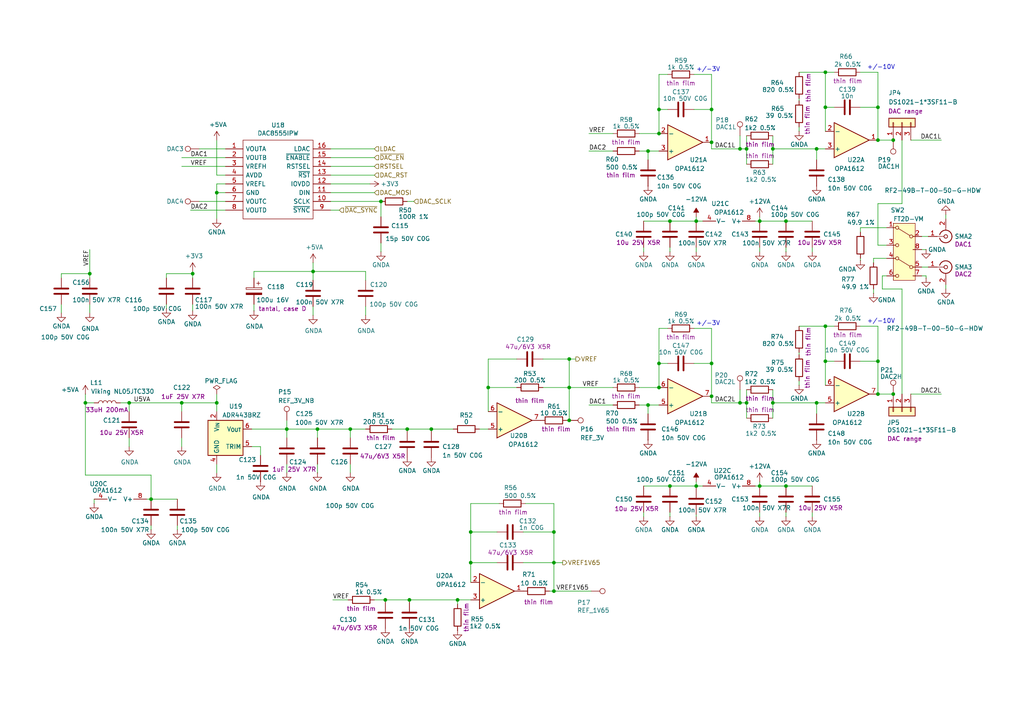
<source format=kicad_sch>
(kicad_sch (version 20231120) (generator "eeschema") (generator_version "8.0")
  (paper "A4")
  (junction (at 214.63 43.18))
  (junction (at 259.08 114.3))
  (junction (at 52.705 116.84))
  (junction (at 83.185 124.46))
  (junction (at 118.745 173.99))
  (junction (at 111.76 173.99))
  (junction (at 201.93 140.97))
  (junction (at 62.865 116.84))
  (junction (at 43.815 144.78))
  (junction (at 239.395 20.955))
  (junction (at 136.525 163.195))
  (junction (at 191.135 105.41))
  (junction (at 236.855 116.84))
  (junction (at 55.88 79.375))
  (junction (at 191.135 112.395))
  (junction (at 254.635 114.3))
  (junction (at 216.535 116.84))
  (junction (at 227.965 140.97))
  (junction (at 191.135 31.75))
  (junction (at 37.465 116.84))
  (junction (at 92.075 124.46))
  (junction (at 141.605 112.395))
  (junction (at 254.635 31.115))
  (junction (at 26.035 79.375))
  (junction (at 165.1 121.92))
  (junction (at 165.1 112.395))
  (junction (at 110.49 58.42))
  (junction (at 206.375 114.935))
  (junction (at 227.965 64.135))
  (junction (at 132.715 173.99))
  (junction (at 187.96 117.475))
  (junction (at 239.395 31.115))
  (junction (at 206.375 41.275))
  (junction (at 90.805 78.74))
  (junction (at 239.395 104.775))
  (junction (at 224.155 116.84))
  (junction (at 214.63 116.84))
  (junction (at 101.6 124.46))
  (junction (at 236.855 43.18))
  (junction (at 254.635 40.64))
  (junction (at 206.375 105.41))
  (junction (at 259.08 40.64))
  (junction (at 216.535 43.18))
  (junction (at 62.865 55.88))
  (junction (at 239.395 94.615))
  (junction (at 220.345 64.135))
  (junction (at 254.635 104.775))
  (junction (at 118.11 124.46))
  (junction (at 160.655 154.305))
  (junction (at 201.93 64.135))
  (junction (at 187.96 43.815))
  (junction (at 24.765 116.84))
  (junction (at 165.1 104.14))
  (junction (at 224.155 43.18))
  (junction (at 194.31 140.97))
  (junction (at 160.655 163.195))
  (junction (at 125.095 124.46))
  (junction (at 136.525 154.305))
  (junction (at 191.135 38.735))
  (junction (at 220.345 140.97))
  (junction (at 160.655 171.45))
  (junction (at 194.31 64.135))
  (junction (at 206.375 31.75))
  (wire (pts (xy 118.11 124.46) (xy 125.095 124.46)))
  (wire (pts (xy 239.395 94.615) (xy 239.395 104.775)))
  (wire (pts (xy 90.805 78.74) (xy 90.805 76.2)))
  (wire (pts (xy 201.93 140.97) (xy 194.31 140.97)))
  (wire (pts (xy 185.42 43.815) (xy 187.96 43.815)))
  (wire (pts (xy 65.405 50.8) (xy 62.865 50.8)))
  (wire (pts (xy 206.375 41.275) (xy 206.375 43.18)))
  (wire (pts (xy 42.545 144.78) (xy 43.815 144.78)))
  (wire (pts (xy 201.93 62.865) (xy 201.93 64.135)))
  (wire (pts (xy 220.345 71.755) (xy 220.345 73.025)))
  (wire (pts (xy 194.31 149.86) (xy 194.31 148.59)))
  (wire (pts (xy 17.78 90.805) (xy 17.78 88.265)))
  (wire (pts (xy 141.605 112.395) (xy 141.605 119.38)))
  (wire (pts (xy 24.765 137.795) (xy 24.765 116.84)))
  (wire (pts (xy 231.775 20.955) (xy 239.395 20.955)))
  (wire (pts (xy 231.775 28.575) (xy 231.775 29.21)))
  (wire (pts (xy 201.93 71.755) (xy 201.93 73.025)))
  (wire (pts (xy 170.815 43.815) (xy 177.8 43.815)))
  (wire (pts (xy 231.775 102.235) (xy 231.775 102.87)))
  (wire (pts (xy 73.66 78.74) (xy 90.805 78.74)))
  (wire (pts (xy 141.605 104.14) (xy 141.605 112.395)))
  (wire (pts (xy 75.565 132.08) (xy 75.565 129.54)))
  (wire (pts (xy 125.095 124.46) (xy 125.095 125.095)))
  (wire (pts (xy 62.865 114.3) (xy 62.865 116.84)))
  (wire (pts (xy 224.155 116.84) (xy 236.855 116.84)))
  (wire (pts (xy 201.295 95.25) (xy 206.375 95.25)))
  (wire (pts (xy 227.965 140.97) (xy 235.585 140.97)))
  (wire (pts (xy 191.135 31.75) (xy 191.135 38.735)))
  (wire (pts (xy 90.805 78.74) (xy 90.805 81.28)))
  (wire (pts (xy 95.885 53.34) (xy 107.315 53.34)))
  (wire (pts (xy 170.815 117.475) (xy 177.8 117.475)))
  (wire (pts (xy 160.655 163.195) (xy 160.655 171.45)))
  (wire (pts (xy 254.635 71.12) (xy 254.635 59.055)))
  (wire (pts (xy 157.48 112.395) (xy 165.1 112.395)))
  (wire (pts (xy 216.535 43.18) (xy 214.63 43.18)))
  (wire (pts (xy 62.865 50.8) (xy 62.865 40.64)))
  (wire (pts (xy 165.1 104.14) (xy 165.1 112.395)))
  (wire (pts (xy 43.815 152.4) (xy 43.815 153.67)))
  (wire (pts (xy 83.185 124.46) (xy 83.185 127)))
  (wire (pts (xy 95.885 58.42) (xy 110.49 58.42)))
  (wire (pts (xy 37.465 129.54) (xy 37.465 127)))
  (wire (pts (xy 52.705 48.26) (xy 65.405 48.26)))
  (wire (pts (xy 227.965 149.86) (xy 227.965 148.59)))
  (wire (pts (xy 227.965 64.135) (xy 235.585 64.135)))
  (wire (pts (xy 110.49 58.42) (xy 110.49 62.865)))
  (wire (pts (xy 220.345 148.59) (xy 220.345 149.86)))
  (wire (pts (xy 206.375 21.59) (xy 206.375 31.75)))
  (wire (pts (xy 194.31 64.135) (xy 186.69 64.135)))
  (wire (pts (xy 136.525 163.195) (xy 144.145 163.195)))
  (wire (pts (xy 132.715 173.99) (xy 136.525 173.99)))
  (wire (pts (xy 239.395 20.955) (xy 239.395 31.115)))
  (wire (pts (xy 48.26 79.375) (xy 55.88 79.375)))
  (wire (pts (xy 43.815 137.795) (xy 24.765 137.795)))
  (wire (pts (xy 136.525 146.05) (xy 144.78 146.05)))
  (wire (pts (xy 37.465 116.84) (xy 37.465 119.38)))
  (wire (pts (xy 73.66 80.645) (xy 73.66 78.74)))
  (wire (pts (xy 206.375 31.75) (xy 201.295 31.75)))
  (wire (pts (xy 220.345 62.865) (xy 220.345 64.135)))
  (wire (pts (xy 224.155 39.37) (xy 224.155 43.18)))
  (wire (pts (xy 24.765 116.84) (xy 24.765 114.3)))
  (wire (pts (xy 186.69 149.86) (xy 186.69 148.59)))
  (wire (pts (xy 52.705 116.84) (xy 62.865 116.84)))
  (wire (pts (xy 206.375 114.935) (xy 206.375 116.84)))
  (wire (pts (xy 257.175 80.01) (xy 255.905 80.01)))
  (wire (pts (xy 185.42 38.735) (xy 191.135 38.735)))
  (wire (pts (xy 216.535 39.37) (xy 216.535 43.18)))
  (wire (pts (xy 254.635 31.115) (xy 249.555 31.115)))
  (wire (pts (xy 241.935 94.615) (xy 239.395 94.615)))
  (wire (pts (xy 52.705 45.72) (xy 65.405 45.72)))
  (wire (pts (xy 214.63 39.37) (xy 214.63 43.18)))
  (wire (pts (xy 90.805 78.74) (xy 106.045 78.74)))
  (wire (pts (xy 201.93 140.97) (xy 203.835 140.97)))
  (wire (pts (xy 106.045 78.74) (xy 106.045 81.28)))
  (wire (pts (xy 17.78 80.645) (xy 17.78 79.375)))
  (wire (pts (xy 254.635 104.775) (xy 249.555 104.775)))
  (wire (pts (xy 52.705 119.38) (xy 52.705 116.84)))
  (wire (pts (xy 101.6 127) (xy 101.6 124.46)))
  (wire (pts (xy 201.93 139.7) (xy 201.93 140.97)))
  (wire (pts (xy 136.525 154.305) (xy 136.525 163.195)))
  (wire (pts (xy 136.525 163.195) (xy 136.525 168.91)))
  (wire (pts (xy 118.745 173.99) (xy 118.745 174.625)))
  (wire (pts (xy 274.32 63.5) (xy 274.32 62.23)))
  (wire (pts (xy 92.075 124.46) (xy 83.185 124.46)))
  (wire (pts (xy 255.905 83.82) (xy 261.62 83.82)))
  (wire (pts (xy 62.865 55.88) (xy 65.405 55.88)))
  (wire (pts (xy 51.435 153.67) (xy 51.435 152.4)))
  (wire (pts (xy 236.855 43.18) (xy 239.395 43.18)))
  (wire (pts (xy 92.075 134.62) (xy 92.075 137.16)))
  (wire (pts (xy 187.96 117.475) (xy 191.135 117.475)))
  (wire (pts (xy 206.375 95.25) (xy 206.375 105.41)))
  (wire (pts (xy 236.855 116.84) (xy 239.395 116.84)))
  (wire (pts (xy 185.42 117.475) (xy 187.96 117.475)))
  (wire (pts (xy 26.035 72.39) (xy 26.035 79.375)))
  (wire (pts (xy 62.865 137.16) (xy 62.865 134.62)))
  (wire (pts (xy 206.375 31.75) (xy 206.375 41.275)))
  (wire (pts (xy 257.175 66.04) (xy 249.555 66.04)))
  (wire (pts (xy 253.365 74.93) (xy 257.175 74.93)))
  (wire (pts (xy 111.76 173.99) (xy 111.76 174.625)))
  (wire (pts (xy 110.49 70.485) (xy 110.49 73.025)))
  (wire (pts (xy 165.1 112.395) (xy 177.8 112.395)))
  (wire (pts (xy 160.655 146.05) (xy 160.655 154.305)))
  (wire (pts (xy 187.96 43.815) (xy 191.135 43.815)))
  (wire (pts (xy 65.405 53.34) (xy 62.865 53.34)))
  (wire (pts (xy 269.24 77.47) (xy 267.335 77.47)))
  (wire (pts (xy 206.375 116.84) (xy 214.63 116.84)))
  (wire (pts (xy 95.885 43.18) (xy 108.585 43.18)))
  (wire (pts (xy 34.925 116.84) (xy 37.465 116.84)))
  (wire (pts (xy 253.365 74.93) (xy 253.365 76.2)))
  (wire (pts (xy 261.62 40.64) (xy 261.62 59.055)))
  (wire (pts (xy 37.465 116.84) (xy 52.705 116.84)))
  (wire (pts (xy 239.395 104.775) (xy 239.395 111.76)))
  (wire (pts (xy 191.135 105.41) (xy 193.675 105.41)))
  (wire (pts (xy 185.42 112.395) (xy 191.135 112.395)))
  (wire (pts (xy 201.93 64.135) (xy 203.835 64.135)))
  (wire (pts (xy 92.075 127) (xy 92.075 124.46)))
  (wire (pts (xy 95.885 60.96) (xy 98.425 60.96)))
  (wire (pts (xy 96.52 173.99) (xy 100.965 173.99)))
  (wire (pts (xy 219.075 64.135) (xy 220.345 64.135)))
  (wire (pts (xy 206.375 105.41) (xy 201.295 105.41)))
  (wire (pts (xy 219.075 140.97) (xy 220.345 140.97)))
  (wire (pts (xy 24.765 116.84) (xy 27.305 116.84)))
  (wire (pts (xy 26.035 79.375) (xy 26.035 80.645)))
  (wire (pts (xy 255.905 80.01) (xy 255.905 83.82)))
  (wire (pts (xy 95.885 55.88) (xy 108.585 55.88)))
  (wire (pts (xy 206.375 105.41) (xy 206.375 114.935)))
  (wire (pts (xy 216.535 116.84) (xy 214.63 116.84)))
  (wire (pts (xy 194.31 73.025) (xy 194.31 71.755)))
  (wire (pts (xy 274.32 82.55) (xy 274.32 83.82)))
  (wire (pts (xy 254.635 40.64) (xy 259.08 40.64)))
  (wire (pts (xy 193.675 21.59) (xy 191.135 21.59)))
  (wire (pts (xy 254.635 114.3) (xy 259.08 114.3)))
  (wire (pts (xy 57.785 58.42) (xy 65.405 58.42)))
  (wire (pts (xy 95.885 50.8) (xy 108.585 50.8)))
  (wire (pts (xy 261.62 83.82) (xy 261.62 114.3)))
  (wire (pts (xy 268.605 80.01) (xy 267.335 80.01)))
  (wire (pts (xy 118.745 173.99) (xy 132.715 173.99)))
  (wire (pts (xy 95.885 48.26) (xy 108.585 48.26)))
  (wire (pts (xy 187.96 120.015) (xy 187.96 117.475)))
  (wire (pts (xy 224.155 43.18) (xy 236.855 43.18)))
  (wire (pts (xy 83.185 137.16) (xy 83.185 134.62)))
  (wire (pts (xy 241.935 20.955) (xy 239.395 20.955)))
  (wire (pts (xy 52.705 129.54) (xy 52.705 127)))
  (wire (pts (xy 254.635 94.615) (xy 254.635 104.775)))
  (wire (pts (xy 165.1 121.92) (xy 164.465 121.92)))
  (wire (pts (xy 151.765 163.195) (xy 160.655 163.195)))
  (wire (pts (xy 254.635 104.775) (xy 254.635 114.3)))
  (wire (pts (xy 83.185 121.92) (xy 83.185 124.46)))
  (wire (pts (xy 132.715 173.99) (xy 132.715 175.26)))
  (wire (pts (xy 191.135 105.41) (xy 191.135 112.395)))
  (wire (pts (xy 224.155 113.03) (xy 224.155 116.84)))
  (wire (pts (xy 187.96 46.355) (xy 187.96 43.815)))
  (wire (pts (xy 55.245 60.96) (xy 65.405 60.96)))
  (wire (pts (xy 231.775 36.83) (xy 231.775 38.1)))
  (wire (pts (xy 264.16 40.64) (xy 273.05 40.64)))
  (wire (pts (xy 239.395 31.115) (xy 241.935 31.115)))
  (wire (pts (xy 139.065 124.46) (xy 141.605 124.46)))
  (wire (pts (xy 201.93 64.135) (xy 194.31 64.135)))
  (wire (pts (xy 55.88 88.265) (xy 55.88 90.17)))
  (wire (pts (xy 254.635 31.115) (xy 254.635 40.64)))
  (wire (pts (xy 194.31 140.97) (xy 186.69 140.97)))
  (wire (pts (xy 249.555 94.615) (xy 254.635 94.615)))
  (wire (pts (xy 95.885 45.72) (xy 108.585 45.72)))
  (wire (pts (xy 111.76 173.99) (xy 118.745 173.99)))
  (wire (pts (xy 201.93 141.605) (xy 201.93 140.97)))
  (wire (pts (xy 62.865 53.34) (xy 62.865 55.88)))
  (wire (pts (xy 216.535 113.03) (xy 216.535 116.84)))
  (wire (pts (xy 191.135 21.59) (xy 191.135 31.75)))
  (wire (pts (xy 62.865 116.84) (xy 62.865 119.38)))
  (wire (pts (xy 90.805 91.44) (xy 90.805 88.9)))
  (wire (pts (xy 57.785 43.18) (xy 65.405 43.18)))
  (wire (pts (xy 216.535 121.285) (xy 216.535 116.84)))
  (wire (pts (xy 268.605 72.39) (xy 267.335 72.39)))
  (wire (pts (xy 224.155 121.285) (xy 224.155 116.84)))
  (wire (pts (xy 249.555 20.955) (xy 254.635 20.955)))
  (wire (pts (xy 254.635 20.955) (xy 254.635 31.115)))
  (wire (pts (xy 43.815 144.78) (xy 43.815 137.795)))
  (wire (pts (xy 239.395 31.115) (xy 239.395 38.1)))
  (wire (pts (xy 75.565 129.54) (xy 73.025 129.54)))
  (wire (pts (xy 118.11 124.46) (xy 118.11 125.095)))
  (wire (pts (xy 191.135 31.75) (xy 193.675 31.75)))
  (wire (pts (xy 236.855 46.355) (xy 236.855 43.18)))
  (wire (pts (xy 26.035 90.805) (xy 26.035 88.265)))
  (wire (pts (xy 235.585 73.025) (xy 235.585 71.755)))
  (wire (pts (xy 216.535 47.625) (xy 216.535 43.18)))
  (wire (pts (xy 48.26 89.535) (xy 48.26 88.265)))
  (wire (pts (xy 249.555 74.93) (xy 249.555 75.565)))
  (wire (pts (xy 201.295 21.59) (xy 206.375 21.59)))
  (wire (pts (xy 17.78 79.375) (xy 26.035 79.375)))
  (wire (pts (xy 227.965 73.025) (xy 227.965 71.755)))
  (wire (pts (xy 249.555 66.04) (xy 249.555 67.31)))
  (wire (pts (xy 214.63 113.03) (xy 214.63 116.84)))
  (wire (pts (xy 125.095 124.46) (xy 131.445 124.46)))
  (wire (pts (xy 152.4 146.05) (xy 160.655 146.05)))
  (wire (pts (xy 55.88 78.74) (xy 55.88 79.375)))
  (wire (pts (xy 27.305 146.05) (xy 27.305 144.78)))
  (wire (pts (xy 268.605 80.645) (xy 268.605 80.01)))
  (wire (pts (xy 118.11 58.42) (xy 120.015 58.42)))
  (wire (pts (xy 193.675 95.25) (xy 191.135 95.25)))
  (wire (pts (xy 201.93 149.225) (xy 201.93 149.86)))
  (wire (pts (xy 191.135 95.25) (xy 191.135 105.41)))
  (wire (pts (xy 165.1 121.92) (xy 165.1 112.395)))
  (wire (pts (xy 106.045 91.44) (xy 106.045 88.9)))
  (wire (pts (xy 157.48 104.14) (xy 165.1 104.14)))
  (wire (pts (xy 101.6 134.62) (xy 101.6 137.16)))
  (wire (pts (xy 253.365 83.82) (xy 253.365 85.09)))
  (wire (pts (xy 149.86 104.14) (xy 141.605 104.14)))
  (wire (pts (xy 62.865 55.88) (xy 62.865 63.5)))
  (wire (pts (xy 149.86 112.395) (xy 141.605 112.395)))
  (wire (pts (xy 239.395 104.775) (xy 241.935 104.775)))
  (wire (pts (xy 113.665 124.46) (xy 118.11 124.46)))
  (wire (pts (xy 220.345 64.135) (xy 227.965 64.135)))
  (wire (pts (xy 55.88 79.375) (xy 55.88 80.645)))
  (wire (pts (xy 48.26 80.645) (xy 48.26 79.375)))
  (wire (pts (xy 235.585 149.86) (xy 235.585 148.59)))
  (wire (pts (xy 231.775 94.615) (xy 239.395 94.615)))
  (wire (pts (xy 136.525 154.305) (xy 144.145 154.305)))
  (wire (pts (xy 220.345 140.97) (xy 227.965 140.97)))
  (wire (pts (xy 159.385 171.45) (xy 160.655 171.45)))
  (wire (pts (xy 236.855 120.015) (xy 236.855 116.84)))
  (wire (pts (xy 160.655 171.45) (xy 171.45 171.45)))
  (wire (pts (xy 43.815 144.78) (xy 51.435 144.78)))
  (wire (pts (xy 254.635 59.055) (xy 261.62 59.055)))
  (wire (pts (xy 165.1 104.14) (xy 167.005 104.14)))
  (wire (pts (xy 220.345 139.7) (xy 220.345 140.97)))
  (wire (pts (xy 151.765 154.305) (xy 160.655 154.305)))
  (wire (pts (xy 186.69 73.025) (xy 186.69 71.755)))
  (wire (pts (xy 160.655 163.195) (xy 163.195 163.195)))
  (wire (pts (xy 257.175 71.12) (xy 254.635 71.12)))
  (wire (pts (xy 170.815 38.735) (xy 177.8 38.735)))
  (wire (pts (xy 269.24 68.58) (xy 267.335 68.58)))
  (wire (pts (xy 206.375 43.18) (xy 214.63 43.18)))
  (wire (pts (xy 160.655 154.305) (xy 160.655 163.195)))
  (wire (pts (xy 224.155 47.625) (xy 224.155 43.18)))
  (wire (pts (xy 73.025 124.46) (xy 83.185 124.46)))
  (wire (pts (xy 231.775 110.49) (xy 231.775 111.76)))
  (wire (pts (xy 136.525 146.05) (xy 136.525 154.305)))
  (wire (pts (xy 108.585 173.99) (xy 111.76 173.99)))
  (wire (pts (xy 264.16 114.3) (xy 273.05 114.3)))
  (wire (pts (xy 73.66 88.265) (xy 73.66 90.17)))
  (wire (pts (xy 106.045 124.46) (xy 101.6 124.46)))
  (wire (pts (xy 92.075 124.46) (xy 101.6 124.46)))
  (text "+/-3V" (at 201.93 20.955 0) (effects (font (size 1.27 1.27)) (justify left bottom)))
  (text "+/-3V" (at 201.93 94.615 0) (effects (font (size 1.27 1.27)) (justify left bottom)))
  (text "+/-10V" (at 251.46 20.32 0) (effects (font (size 1.27 1.27)) (justify left bottom)))
  (text "+/-10V" (at 251.46 93.98 0) (effects (font (size 1.27 1.27)) (justify left bottom)))
  (label "DAC2L" (at 273.05 114.3 180))
  (label "U5VA" (at 38.735 116.84 0))
  (label "DAC1L" (at 213.36 43.18 180))
  (label "DAC2" (at 170.815 43.815 0))
  (label "VREF" (at 26.035 72.39 270))
  (label "DAC2" (at 55.245 60.96 0))
  (label "VREF" (at 168.91 112.395 0))
  (label "DAC2L" (at 213.36 116.84 180))
  (label "DAC1L" (at 273.05 40.64 180))
  (label "VREF" (at 170.815 38.735 0))
  (label "DAC1" (at 170.815 117.475 0))
  (label "VREF" (at 55.245 48.26 0))
  (label "DAC1" (at 55.245 45.72 0))
  (label "VREF" (at 96.52 173.99 0))
  (label "VREF1V65" (at 170.815 171.45 180))
  (hierarchical_label "~{DAC_EN}" (shape input) (at 108.585 45.72 0))
  (hierarchical_label "DAC_SCLK" (shape input) (at 120.015 58.42 0))
  (hierarchical_label "DAC_MOSI" (shape input) (at 108.585 55.88 0))
  (hierarchical_label "VREF" (shape output) (at 167.005 104.14 0))
  (hierarchical_label "DAC_RST" (shape input) (at 108.585 50.8 0))
  (hierarchical_label "LDAC" (shape input) (at 108.585 43.18 0))
  (hierarchical_label "RSTSEL" (shape input) (at 108.585 48.26 0))
  (hierarchical_label "VREF1V65" (shape output) (at 163.195 163.195 0))
  (hierarchical_label "~{DAC_SYNC}" (shape input) (at 98.425 60.96 0))
  (symbol (lib_id "Device:C") (at 186.69 67.945 0) (unit 1)
    (property "Reference" "C140" (at 183.515 67.945 0) (effects (justify right)))
    (property "Value" "GRM188R61E106KA73D" (effects (hide yes)))
    (property "Footprint" "Capacitor_SMD:C_0603_1608Metric" (effects (hide yes)))
    (property "Description" "Unpolarized capacitor" (effects (hide yes)))
    (property "Comm" "10u 25V X5R" (at 185.166 70.358 0))
  )
  (symbol (lib_id "Device:C") (at 83.185 130.81 0) (unit 1)
    (property "Reference" "C124" (at 83.82 133.985 0) (effects (justify left)))
    (property "Value" "GCM188R71E105KA64J" (effects (hide yes)))
    (property "Footprint" "Capacitor_SMD:C_0603_1608Metric" (effects (hide yes)))
    (property "Description" "Unpolarized capacitor" (effects (hide yes)))
    (property "Comm" "1uF 25V X7R" (at 85.344 136.144 0))
  )
  (symbol (lib_id "Device:C") (at 55.88 84.455 0) (unit 1)
    (property "Reference" "C117" (at 56.515 86.995 0) (effects (justify left)))
    (property "Value" "100n 50V X7R" (at 56.515 88.9 0) (effects (justify left)))
    (property "Footprint" "Capacitor_SMD:C_0603_1608Metric" (effects (hide yes)))
    (property "Description" "Unpolarized capacitor" (effects (hide yes)))
  )
  (symbol (lib_id "power:GNDA") (at 236.855 53.975 0) (unit 1)
    (property "Reference" "#PWR0222" (effects (hide yes)))
    (property "Value" "GNDA" (at 236.855 57.785 0))
    (property "Description" "Power symbol creates a global label with name \"GNDA\" , analog ground" (effects (hide yes)))
  )
  (symbol (lib_id "Device:R") (at 245.745 20.955 90) (unit 1)
    (property "Reference" "R66" (at 245.364 16.383 90))
    (property "Value" "2k 0.5%" (at 245.872 18.669 90))
    (property "Footprint" "Resistor_SMD:R_0805_2012Metric_Pad1.20x1.40mm_HandSolder" (effects (hide yes)))
    (property "Description" "Resistor" (effects (hide yes)))
    (property "Comm" "thin film" (at 245.872 23.495 90))
  )
  (symbol (lib_id "Device:C") (at 245.745 31.115 90) (unit 1)
    (property "Reference" "C139" (at 245.745 25.9461 90))
    (property "Value" "10n" (at 245.745 27.8671 90))
    (property "Footprint" "Capacitor_SMD:C_0603_1608Metric" (effects (hide yes)))
    (property "Description" "Unpolarized capacitor" (effects (hide yes)))
  )
  (symbol (lib_id "power:GNDA") (at 37.465 129.54 0) (unit 1)
    (property "Reference" "#PWR036" (effects (hide yes)))
    (property "Value" "GNDA" (at 37.592 134.0358 0))
    (property "Description" "Power symbol creates a global label with name \"GNDA\" , analog ground" (effects (hide yes)))
  )
  (symbol (lib_id "Device:C") (at 197.485 31.75 90) (unit 1)
    (property "Reference" "C137" (at 197.485 26.67 90))
    (property "Value" "10n 50V C0G" (at 198.755 28.575 90))
    (property "Footprint" "Capacitor_SMD:C_0603_1608Metric" (effects (hide yes)))
    (property "Description" "Unpolarized capacitor" (effects (hide yes)))
  )
  (symbol (lib_id "power:GNDA") (at 43.815 153.67 0) (unit 1)
    (property "Reference" "#PWR0212" (effects (hide yes)))
    (property "Value" "GNDA" (at 43.815 157.48 0))
    (property "Description" "Power symbol creates a global label with name \"GNDA\" , analog ground" (effects (hide yes)))
  )
  (symbol (lib_id "power:GNDA") (at 106.045 91.44 0) (unit 1)
    (property "Reference" "#PWR076" (effects (hide yes)))
    (property "Value" "GNDA" (at 106.172 95.9358 0))
    (property "Description" "Power symbol creates a global label with name \"GNDA\" , analog ground" (effects (hide yes)))
  )
  (symbol (lib_id "Device:L") (at 31.115 116.84 90) (unit 1)
    (property "Reference" "L11" (at 27.94 110.998 90))
    (property "Value" "Viking NL05JTC330" (at 35.56 113.538 90))
    (property "Footprint" "Inductor_SMD:L_0805_2012Metric" (effects (hide yes)))
    (property "Description" "Inductor" (effects (hide yes)))
    (property "Comm" "33uH 200mA" (at 30.988 118.872 90))
  )
  (symbol (lib_id "c3Av2_A-rescue:+3.3V-power") (at 55.88 78.74 0) (unit 1)
    (property "Reference" "#PWR071" (effects (hide yes)))
    (property "Value" "+3V3" (at 56.261 74.2442 0))
  )
  (symbol (lib_id "Amplifier_Operational:OPA1612AxD") (at 34.925 142.24 270) (mirror x) (unit 3)
    (property "Reference" "U20" (at 28.575 140.335 90))
    (property "Value" "OPA1612" (at 31.115 142.24 90))
    (property "Footprint" "Package_SO:SOIC-8_3.9x4.9mm_P1.27mm" (effects (hide yes)))
    (property "Datasheet" "http://www.ti.com/lit/ds/symlink/opa1612.pdf" (effects (hide yes)))
    (property "Description" "Dual SoundPlus High Performance, Bipolar-Input Audio Operational Amplifiers, SOIC-8" (effects (hide yes)))
  )
  (symbol (lib_id "Device:R") (at 220.345 39.37 90) (unit 1)
    (property "Reference" "R62" (at 217.932 34.544 90))
    (property "Value" "1k2 0.5%" (at 220.472 37.084 90))
    (property "Footprint" "Resistor_SMD:R_0805_2012Metric_Pad1.20x1.40mm_HandSolder" (effects (hide yes)))
    (property "Description" "Resistor" (effects (hide yes)))
    (property "Comm" "thin film" (at 220.472 41.91 90))
  )
  (symbol (lib_id "power:+5VA") (at 24.765 114.3 0) (unit 1)
    (property "Reference" "#PWR034" (effects (hide yes)))
    (property "Value" "+5VA" (at 20.32 113.03 0))
    (property "Description" "Power symbol creates a global label with name \"+5VA\"" (effects (hide yes)))
  )
  (symbol (lib_id "Device:R") (at 231.775 33.02 180) (unit 1)
    (property "Reference" "R65" (at 225.552 31.496 0))
    (property "Value" "39 0.5%" (at 226.06 33.528 0))
    (property "Footprint" "Resistor_SMD:R_0805_2012Metric_Pad1.20x1.40mm_HandSolder" (effects (hide yes)))
    (property "Description" "Resistor" (effects (hide yes)))
    (property "Comm" "thin film" (at 234.188 34.798 90))
  )
  (symbol (lib_id "Device:C") (at 125.095 128.905 0) (mirror y) (unit 1)
    (property "Reference" "C128" (at 128.27 129.54 0) (effects (justify right)))
    (property "Value" "1n 50V C0G" (at 128.27 132.08 0) (effects (justify right)))
    (property "Footprint" "Capacitor_SMD:C_0603_1608Metric" (effects (hide yes)))
    (property "Description" "Unpolarized capacitor" (effects (hide yes)))
  )
  (symbol (lib_id "power:GNDA") (at 194.31 73.025 0) (mirror y) (unit 1)
    (property "Reference" "#PWR0181" (effects (hide yes)))
    (property "Value" "GNDA" (at 194.31 76.835 0))
    (property "Description" "Power symbol creates a global label with name \"GNDA\" , analog ground" (effects (hide yes)))
  )
  (symbol (lib_id "Device:C") (at 147.955 163.195 270) (unit 1)
    (property "Reference" "C133" (at 149.86 158.115 90) (effects (justify right)))
    (property "Value" "GRM188R60J476ME15D" (effects (hide yes)))
    (property "Footprint" "Capacitor_SMD:C_0603_1608Metric" (effects (hide yes)))
    (property "Description" "Unpolarized capacitor" (effects (hide yes)))
    (property "Comm" "47u/6V3 X5R" (at 148.082 160.274 90))
  )
  (symbol (lib_id "Connector:TestPoint") (at 214.63 39.37 0) (unit 1) (in_bom no)
    (property "Reference" "P18" (at 207.518 34.798 0) (effects (justify left)))
    (property "Value" "DAC1L" (at 207.518 36.83 0) (effects (justify left)))
    (property "Footprint" "TestPoint:TestPoint_THTPad_1.5x1.5mm_Drill0.7mm" (effects (hide yes)))
    (property "Description" "test point" (effects (hide yes)))
  )
  (symbol (lib_id "Connector_Generic:Conn_01x03") (at 261.62 119.38 90) (mirror x) (unit 1)
    (property "Reference" "JP5" (at 260.985 122.555 90) (effects (justify left)))
    (property "Value" "DS1021-1*3SF11-B" (at 277.368 124.714 90) (effects (justify left)))
    (property "Footprint" "Connector_PinHeader_2.54mm:PinHeader_1x03_P2.54mm_Vertical" (effects (hide yes)))
    (property "Datasheet" "https://www.tme.com/Document/cc301e58a5da78cb543a94b5a5b7f06a/DS1021.pdf" (effects (hide yes)))
    (property "Description" "Generic connector, single row, 01x03, script generated (kicad-library-utils/schlib/autogen/connector/)" (effects (hide yes)))
    (property "Comm" "DAC range" (at 262.382 127.254 90))
  )
  (symbol (lib_id "power:GNDA") (at 253.365 85.09 0) (mirror y) (unit 1)
    (property "Reference" "#PWR0228" (effects (hide yes)))
    (property "Value" "GNDA" (at 257.175 86.995 0))
    (property "Description" "Power symbol creates a global label with name \"GNDA\" , analog ground" (effects (hide yes)))
  )
  (symbol (lib_id "Device:C") (at 201.93 67.945 0) (unit 1)
    (property "Reference" "C142" (at 209.55 67.945 0) (effects (justify right)))
    (property "Value" "100n 50V X7R" (at 210.82 70.485 0) (effects (justify right)))
    (property "Footprint" "Capacitor_SMD:C_0603_1608Metric" (effects (hide yes)))
    (property "Description" "Unpolarized capacitor" (effects (hide yes)))
  )
  (symbol (lib_id "power:GNDA") (at 27.305 146.05 0) (unit 1)
    (property "Reference" "#PWR094" (effects (hide yes)))
    (property "Value" "GNDA" (at 27.305 149.86 0))
    (property "Description" "Power symbol creates a global label with name \"GNDA\" , analog ground" (effects (hide yes)))
  )
  (symbol (lib_id "power:GNDA") (at 110.49 73.025 0) (unit 1)
    (property "Reference" "#PWR0234" (effects (hide yes)))
    (property "Value" "GNDA" (at 110.49 76.835 0))
    (property "Description" "Power symbol creates a global label with name \"GNDA\" , analog ground" (effects (hide yes)))
  )
  (symbol (lib_id "power:PWR_FLAG") (at 62.865 114.3 0) (unit 1)
    (property "Reference" "#FLG012" (effects (hide yes)))
    (property "Value" "PWR_FLAG" (at 64.135 110.49 0))
    (property "Description" "Special symbol for telling ERC where power comes from" (effects (hide yes)))
  )
  (symbol (lib_id "power:GNDA") (at 187.96 127.635 0) (unit 1)
    (property "Reference" "#PWR082" (effects (hide yes)))
    (property "Value" "GNDA" (at 187.96 131.445 0))
    (property "Description" "Power symbol creates a global label with name \"GNDA\" , analog ground" (effects (hide yes)))
  )
  (symbol (lib_id "power:GNDA") (at 220.345 73.025 0) (unit 1)
    (property "Reference" "#PWR081" (effects (hide yes)))
    (property "Value" "GNDA" (at 220.345 76.835 0))
    (property "Description" "Power symbol creates a global label with name \"GNDA\" , analog ground" (effects (hide yes)))
  )
  (symbol (lib_id "power:GNDA") (at 268.605 72.39 0) (mirror y) (unit 1)
    (property "Reference" "#PWR0226" (effects (hide yes)))
    (property "Value" "GNDA" (at 271.78 72.39 0))
    (property "Description" "Power symbol creates a global label with name \"GNDA\" , analog ground" (effects (hide yes)))
  )
  (symbol (lib_id "Device:C") (at 90.805 85.09 0) (mirror y) (unit 1)
    (property "Reference" "C119" (at 85.725 82.55 0) (effects (justify right)))
    (property "Value" "100n 50V X7R" (at 85.725 87.63 0) (effects (justify right)))
    (property "Footprint" "Capacitor_SMD:C_0603_1608Metric" (effects (hide yes)))
    (property "Description" "Unpolarized capacitor" (effects (hide yes)))
  )
  (symbol (lib_id "Device:R") (at 231.775 98.425 180) (unit 1)
    (property "Reference" "R74" (at 225.425 97.663 0))
    (property "Value" "820 0.5%" (at 225.679 99.695 0))
    (property "Footprint" "Resistor_SMD:R_0805_2012Metric_Pad1.20x1.40mm_HandSolder" (effects (hide yes)))
    (property "Description" "Resistor" (effects (hide yes)))
    (property "Comm" "thin film" (at 234.442 99.06 90))
  )
  (symbol (lib_id "Device:C") (at 51.435 148.59 0) (unit 1)
    (property "Reference" "C135" (at 57.15 151.13 0) (effects (justify right)))
    (property "Value" "100p 50V C0G" (at 66.675 153.67 0) (effects (justify right)))
    (property "Footprint" "Capacitor_SMD:C_0603_1608Metric" (effects (hide yes)))
    (property "Description" "Unpolarized capacitor" (effects (hide yes)))
  )
  (symbol (lib_id "Amplifier_Operational:OPA1612AxD") (at 198.755 114.935 0) (mirror x) (unit 2)
    (property "Reference" "U21" (at 202.565 120.015 0))
    (property "Value" "OPA1612" (at 200.025 122.555 0))
    (property "Footprint" "Package_SO:SOIC-8_3.9x4.9mm_P1.27mm" (effects (hide yes)))
    (property "Datasheet" "http://www.ti.com/lit/ds/symlink/opa1612.pdf" (effects (hide yes)))
    (property "Description" "Dual SoundPlus High Performance, Bipolar-Input Audio Operational Amplifiers, SOIC-8" (effects (hide yes)))
  )
  (symbol (lib_id "power:GNDA") (at 48.26 89.535 0) (unit 1)
    (property "Reference" "#PWR0220" (effects (hide yes)))
    (property "Value" "GNDA" (at 48.26 93.345 0))
    (property "Description" "Power symbol creates a global label with name \"GNDA\" , analog ground" (effects (hide yes)))
  )
  (symbol (lib_id "Device:C") (at 52.705 123.19 0) (unit 1)
    (property "Reference" "C122" (at 50.165 112.395 0) (effects (justify left)))
    (property "Value" "GCM188R71E105KA64J" (effects (hide yes)))
    (property "Footprint" "Capacitor_SMD:C_0603_1608Metric" (effects (hide yes)))
    (property "Description" "Unpolarized capacitor" (effects (hide yes)))
    (property "Comm" "1uF 25V X7R" (at 53.086 115.062 0))
  )
  (symbol (lib_id "Device:C") (at 235.585 67.945 0) (mirror y) (unit 1)
    (property "Reference" "C145" (at 238.76 67.945 0) (effects (justify right)))
    (property "Value" "GRM188R61E106KA73D" (effects (hide yes)))
    (property "Footprint" "Capacitor_SMD:C_0603_1608Metric" (effects (hide yes)))
    (property "Description" "Unpolarized capacitor" (effects (hide yes)))
    (property "Comm" "10u 25V X5R" (at 237.744 70.358 0))
  )
  (symbol (lib_id "Device:C") (at 186.69 144.78 0) (unit 1)
    (property "Reference" "C150" (at 183.515 144.78 0) (effects (justify right)))
    (property "Value" "GRM188R61E106KA73D" (effects (hide yes)))
    (property "Footprint" "Capacitor_SMD:C_0603_1608Metric" (effects (hide yes)))
    (property "Description" "Unpolarized capacitor" (effects (hide yes)))
    (property "Comm" "10u 25V X5R" (at 184.658 147.574 0))
  )
  (symbol (lib_id "power:-12VA") (at 201.93 62.865 0) (unit 1)
    (property "Reference" "#PWR098" (effects (hide yes)))
    (property "Value" "-12VA" (at 201.93 57.785 0))
    (property "Description" "Power symbol creates a global label with name \"-12VA\"" (effects (hide yes)))
  )
  (symbol (lib_id "Amplifier_Operational:OPA1612AxD") (at 211.455 138.43 270) (mirror x) (unit 3)
    (property "Reference" "U22" (at 209.55 136.525 90))
    (property "Value" "OPA1612" (at 211.455 138.43 90))
    (property "Footprint" "Package_SO:SOIC-8_3.9x4.9mm_P1.27mm" (effects (hide yes)))
    (property "Datasheet" "http://www.ti.com/lit/ds/symlink/opa1612.pdf" (effects (hide yes)))
    (property "Description" "Dual SoundPlus High Performance, Bipolar-Input Audio Operational Amplifiers, SOIC-8" (effects (hide yes)))
  )
  (symbol (lib_id "power:GNDA") (at 55.88 90.17 0) (unit 1)
    (property "Reference" "#PWR072" (effects (hide yes)))
    (property "Value" "GNDA" (at 55.88 93.98 0))
    (property "Description" "Power symbol creates a global label with name \"GNDA\" , analog ground" (effects (hide yes)))
  )
  (symbol (lib_id "Device:R") (at 253.365 80.01 0) (unit 1)
    (property "Reference" "R77" (at 247.904 81.026 0) (effects (justify right)))
    (property "Value" "49.9 1%" (at 252.095 83.185 0) (effects (justify right)))
    (property "Footprint" "Resistor_SMD:R_0603_1608Metric" (effects (hide yes)))
    (property "Description" "Resistor" (effects (hide yes)))
  )
  (symbol (lib_id "power:GNDA") (at 125.095 132.715 0) (unit 1)
    (property "Reference" "#PWR0210" (effects (hide yes)))
    (property "Value" "GNDA" (at 125.095 136.525 0))
    (property "Description" "Power symbol creates a global label with name \"GNDA\" , analog ground" (effects (hide yes)))
  )
  (symbol (lib_id "Connector:TestPoint") (at 165.1 121.92 270) (unit 1) (in_bom no)
    (property "Reference" "P16" (at 168.275 124.46 90) (effects (justify left)))
    (property "Value" "REF_3V" (at 168.275 127 90) (effects (justify left)))
    (property "Footprint" "TestPoint:TestPoint_THTPad_1.5x1.5mm_Drill0.7mm" (effects (hide yes)))
    (property "Description" "test point" (effects (hide yes)))
  )
  (symbol (lib_id "Device:R") (at 231.775 24.765 180) (unit 1)
    (property "Reference" "R64" (at 225.425 24.003 0))
    (property "Value" "820 0.5%" (at 225.679 26.035 0))
    (property "Footprint" "Resistor_SMD:R_0805_2012Metric_Pad1.20x1.40mm_HandSolder" (effects (hide yes)))
    (property "Description" "Resistor" (effects (hide yes)))
    (property "Comm" "thin film" (at 234.442 25.4 90))
  )
  (symbol (lib_id "Connector:TestPoint") (at 259.08 40.64 180) (unit 1) (in_bom no)
    (property "Reference" "P19" (at 258.445 46.355 0) (effects (justify left)))
    (property "Value" "DAC1H" (at 260.985 48.26 0) (effects (justify left)))
    (property "Footprint" "TestPoint:TestPoint_THTPad_1.5x1.5mm_Drill0.7mm" (effects (hide yes)))
    (property "Description" "test point" (effects (hide yes)))
  )
  (symbol (lib_id "Connector_Generic:Conn_01x03") (at 261.62 35.56 90) (unit 1)
    (property "Reference" "JP4" (at 261.366 26.924 90) (effects (justify left)))
    (property "Value" "DS1021-1*3SF11-B" (at 277.749 29.591 90) (effects (justify left)))
    (property "Footprint" "Connector_PinHeader_2.54mm:PinHeader_1x03_P2.54mm_Vertical" (effects (hide yes)))
    (property "Datasheet" "https://www.tme.com/Document/cc301e58a5da78cb543a94b5a5b7f06a/DS1021.pdf" (effects (hide yes)))
    (property "Description" "Generic connector, single row, 01x03, script generated (kicad-library-utils/schlib/autogen/connector/)" (effects (hide yes)))
    (property "Comm" "DAC range" (at 262.636 32.258 90))
  )
  (symbol (lib_id "Connector:TestPoint") (at 259.08 114.3 0) (unit 1) (in_bom no)
    (property "Reference" "P21" (at 255.27 107.315 0) (effects (justify left)))
    (property "Value" "DAC2H" (at 255.27 109.22 0) (effects (justify left)))
    (property "Footprint" "TestPoint:TestPoint_THTPad_1.5x1.5mm_Drill0.7mm" (effects (hide yes)))
    (property "Description" "test point" (effects (hide yes)))
  )
  (symbol (lib_id "power:GNDA") (at 235.585 149.86 0) (unit 1)
    (property "Reference" "#PWR0217" (effects (hide yes)))
    (property "Value" "GNDA" (at 235.585 153.67 0))
    (property "Description" "Power symbol creates a global label with name \"GNDA\" , analog ground" (effects (hide yes)))
  )
  (symbol (lib_id "Connector:Conn_Coaxial") (at 274.32 68.58 0) (mirror x) (unit 1)
    (property "Reference" "SMA2" (at 276.86 68.58 0) (effects (justify left)))
    (property "Value" "RF2-49B-T-00-50-G-HDW" (at 256.54 55.245 0) (effects (justify left)))
    (property "Footprint" "Connector_Coaxial:SMA_Amphenol_901-143_Horizontal" (effects (hide yes)))
    (property "Datasheet" "https://www.tme.eu/Document/021bdd302fcfa7798d688ae3e277131c/RF2-49B-T-00-50-G-HDW.pdf" (effects (hide yes)))
    (property "Description" "DAC1" (at 279.4 70.866 0))
  )
  (symbol (lib_id "Device:C") (at 118.745 178.435 0) (mirror y) (unit 1)
    (property "Reference" "C131" (at 121.285 179.705 0) (effects (justify right)))
    (property "Value" "1n 50V C0G" (at 115.57 182.245 0) (effects (justify right)))
    (property "Footprint" "Capacitor_SMD:C_0603_1608Metric" (effects (hide yes)))
    (property "Description" "Unpolarized capacitor" (effects (hide yes)))
  )
  (symbol (lib_id "Device:R") (at 181.61 38.735 90) (unit 1)
    (property "Reference" "R58" (at 181.61 34.7091 90))
    (property "Value" "1k 0.5%" (at 181.61 36.6301 90))
    (property "Footprint" "Resistor_SMD:R_0805_2012Metric_Pad1.20x1.40mm_HandSolder" (effects (hide yes)))
    (property "Description" "Resistor" (effects (hide yes)))
    (property "Comm" "thin film" (at 181.61 41.275 90))
  )
  (symbol (lib_id "Device:C") (at 43.815 148.59 0) (mirror y) (unit 1)
    (property "Reference" "C134" (at 38.1 151.13 0) (effects (justify right)))
    (property "Value" "100n 50V X7R" (at 29.21 153.67 0) (effects (justify right)))
    (property "Footprint" "Capacitor_SMD:C_0603_1608Metric" (effects (hide yes)))
    (property "Description" "Unpolarized capacitor" (effects (hide yes)))
  )
  (symbol (lib_id "Device:C") (at 245.745 104.775 90) (unit 1)
    (property "Reference" "C149" (at 245.745 99.6061 90))
    (property "Value" "10n 50V C0G" (at 245.745 101.5271 90))
    (property "Footprint" "Capacitor_SMD:C_0603_1608Metric" (effects (hide yes)))
    (property "Description" "Unpolarized capacitor" (effects (hide yes)))
  )
  (symbol (lib_id "power:GNDA") (at 227.965 73.025 0) (unit 1)
    (property "Reference" "#PWR095" (effects (hide yes)))
    (property "Value" "GNDA" (at 227.965 76.835 0))
    (property "Description" "Power symbol creates a global label with name \"GNDA\" , analog ground" (effects (hide yes)))
  )
  (symbol (lib_id "Device:R") (at 148.59 146.05 90) (unit 1)
    (property "Reference" "R56" (at 148.082 141.478 90))
    (property "Value" "500 0.5%" (at 150.876 143.764 90))
    (property "Footprint" "Resistor_SMD:R_0805_2012Metric_Pad1.20x1.40mm_HandSolder" (effects (hide yes)))
    (property "Description" "Resistor" (effects (hide yes)))
    (property "Comm" "thin film" (at 148.844 148.59 90))
  )
  (symbol (lib_id "power:GNDA") (at 249.555 75.565 0) (mirror y) (unit 1)
    (property "Reference" "#PWR0229" (effects (hide yes)))
    (property "Value" "GNDA" (at 245.745 78.105 0))
    (property "Description" "Power symbol creates a global label with name \"GNDA\" , analog ground" (effects (hide yes)))
  )
  (symbol (lib_id "Device:C") (at 227.965 144.78 0) (mirror y) (unit 1)
    (property "Reference" "C154" (at 223.52 137.16 0) (effects (justify right)))
    (property "Value" "100p 50V C0G" (at 223.52 139.065 0) (effects (justify right)))
    (property "Footprint" "Capacitor_SMD:C_0603_1608Metric" (effects (hide yes)))
    (property "Description" "Unpolarized capacitor" (effects (hide yes)))
  )
  (symbol (lib_id "Device:R") (at 104.775 173.99 90) (unit 1)
    (property "Reference" "R54" (at 104.902 169.672 90))
    (property "Value" "1k 0.5%" (at 106.934 171.704 90))
    (property "Footprint" "Resistor_SMD:R_0805_2012Metric_Pad1.20x1.40mm_HandSolder" (effects (hide yes)))
    (property "Description" "Resistor" (effects (hide yes)))
    (property "Comm" "thin film" (at 104.775 176.53 90))
  )
  (symbol (lib_id "Amplifier_Operational:OPA1612AxD") (at 211.455 61.595 270) (mirror x) (unit 3)
    (property "Reference" "U21" (at 208.915 59.055 90))
    (property "Value" "OPA1612" (at 211.455 61.595 90))
    (property "Footprint" "Package_SO:SOIC-8_3.9x4.9mm_P1.27mm" (effects (hide yes)))
    (property "Datasheet" "http://www.ti.com/lit/ds/symlink/opa1612.pdf" (effects (hide yes)))
    (property "Description" "Dual SoundPlus High Performance, Bipolar-Input Audio Operational Amplifiers, SOIC-8" (effects (hide yes)))
  )
  (symbol (lib_id "power:GNDA") (at 52.705 129.54 0) (unit 1)
    (property "Reference" "#PWR037" (effects (hide yes)))
    (property "Value" "GNDA" (at 52.832 134.0358 0))
    (property "Description" "Power symbol creates a global label with name \"GNDA\" , analog ground" (effects (hide yes)))
  )
  (symbol (lib_id "Connector:Conn_Coaxial") (at 274.32 77.47 0) (unit 1)
    (property "Reference" "SMA3" (at 276.86 77.47 0) (effects (justify left)))
    (property "Value" "RF2-49B-T-00-50-G-HDW" (at 257.175 95.25 0) (effects (justify left)))
    (property "Footprint" "Connector_Coaxial:SMA_Amphenol_901-143_Horizontal" (effects (hide yes)))
    (property "Datasheet" "https://www.tme.eu/Document/021bdd302fcfa7798d688ae3e277131c/RF2-49B-T-00-50-G-HDW.pdf" (effects (hide yes)))
    (property "Description" "DAC2" (at 279.4 79.502 0))
  )
  (symbol (lib_id "power:GNDA") (at 201.93 73.025 0) (mirror y) (unit 1)
    (property "Reference" "#PWR080" (effects (hide yes)))
    (property "Value" "GNDA" (at 201.93 76.835 0))
    (property "Description" "Power symbol creates a global label with name \"GNDA\" , analog ground" (effects (hide yes)))
  )
  (symbol (lib_id "power:GNDA") (at 201.93 149.86 0) (mirror y) (unit 1)
    (property "Reference" "#PWR089" (effects (hide yes)))
    (property "Value" "GNDA" (at 201.93 153.67 0))
    (property "Description" "Power symbol creates a global label with name \"GNDA\" , analog ground" (effects (hide yes)))
  )
  (symbol (lib_id "Device:C") (at 236.855 50.165 180) (unit 1)
    (property "Reference" "C138" (at 240.03 52.07 0) (effects (justify right)))
    (property "Value" "10n 50V C0G" (at 240.03 54.61 0) (effects (justify right)))
    (property "Footprint" "Capacitor_SMD:C_0603_1608Metric" (effects (hide yes)))
    (property "Description" "Unpolarized capacitor" (effects (hide yes)))
  )
  (symbol (lib_id "power:GNDA") (at 51.435 153.67 0) (unit 1)
    (property "Reference" "#PWR0219" (effects (hide yes)))
    (property "Value" "GNDA" (at 51.435 157.48 0))
    (property "Description" "Power symbol creates a global label with name \"GNDA\" , analog ground" (effects (hide yes)))
  )
  (symbol (lib_id "Device:R") (at 160.655 121.92 90) (unit 1)
    (property "Reference" "R61" (at 160.655 117.8941 90))
    (property "Value" "10 0.5%" (at 160.655 119.8151 90))
    (property "Footprint" "Resistor_SMD:R_0805_2012Metric_Pad1.20x1.40mm_HandSolder" (effects (hide yes)))
    (property "Description" "Resistor" (effects (hide yes)))
    (property "Comm" "thin film" (at 161.29 124.46 90))
  )
  (symbol (lib_id "Device:C") (at 201.93 145.415 0) (unit 1)
    (property "Reference" "C152" (at 209.55 145.415 0) (effects (justify right)))
    (property "Value" "100n 50V X7R" (at 210.82 147.955 0) (effects (justify right)))
    (property "Footprint" "Capacitor_SMD:C_0603_1608Metric" (effects (hide yes)))
    (property "Description" "Unpolarized capacitor" (effects (hide yes)))
  )
  (symbol (lib_id "power:GNDA") (at 268.605 80.645 0) (mirror y) (unit 1)
    (property "Reference" "#PWR0227" (effects (hide yes)))
    (property "Value" "GNDA" (at 268.605 84.455 0))
    (property "Description" "Power symbol creates a global label with name \"GNDA\" , analog ground" (effects (hide yes)))
  )
  (symbol (lib_id "Device:R") (at 197.485 95.25 90) (unit 1)
    (property "Reference" "R69" (at 197.485 91.2241 90))
    (property "Value" "1k 0.5%" (at 197.485 93.1451 90))
    (property "Footprint" "Resistor_SMD:R_0805_2012Metric_Pad1.20x1.40mm_HandSolder" (effects (hide yes)))
    (property "Description" "Resistor" (effects (hide yes)))
    (property "Comm" "thin film" (at 197.485 97.79 90))
  )
  (symbol (lib_id "Connector:TestPoint") (at 214.63 113.03 0) (unit 1) (in_bom no)
    (property "Reference" "P20" (at 207.264 108.839 0) (effects (justify left)))
    (property "Value" "DAC2L" (at 207.264 110.744 0) (effects (justify left)))
    (property "Footprint" "TestPoint:TestPoint_THTPad_1.5x1.5mm_Drill0.7mm" (effects (hide yes)))
    (property "Description" "test point" (effects (hide yes)))
  )
  (symbol (lib_id "Device:C") (at 110.49 66.675 0) (unit 1)
    (property "Reference" "C115" (at 113.411 65.4812 0) (effects (justify left)))
    (property "Value" "15p 50V C0G" (at 111.76 69.215 0) (effects (justify left)))
    (property "Footprint" "Capacitor_SMD:C_0603_1608Metric" (effects (hide yes)))
    (property "Description" "Unpolarized capacitor" (effects (hide yes)))
  )
  (symbol (lib_id "power:+12VA") (at 220.345 62.865 0) (unit 1)
    (property "Reference" "#PWR097" (effects (hide yes)))
    (property "Value" "+12VA" (at 220.345 58.42 0))
    (property "Description" "Power symbol creates a global label with name \"+12VA\"" (effects (hide yes)))
  )
  (symbol (lib_id "power:GNDA") (at 118.11 132.715 0) (unit 1)
    (property "Reference" "#PWR0209" (effects (hide yes)))
    (property "Value" "GNDA" (at 118.11 136.525 0))
    (property "Description" "Power symbol creates a global label with name \"GNDA\" , analog ground" (effects (hide yes)))
  )
  (symbol (lib_id "Device:R") (at 220.345 113.03 90) (unit 1)
    (property "Reference" "R72" (at 217.932 108.458 90))
    (property "Value" "1k2 0.5%" (at 220.472 110.744 90))
    (property "Footprint" "Resistor_SMD:R_0805_2012Metric_Pad1.20x1.40mm_HandSolder" (effects (hide yes)))
    (property "Description" "Resistor" (effects (hide yes)))
    (property "Comm" "thin film" (at 220.472 115.57 90))
  )
  (symbol (lib_id "Amplifier_Operational:OPA1612AxD") (at 149.225 121.92 0) (mirror x) (unit 2)
    (property "Reference" "U20" (at 150.495 126.365 0))
    (property "Value" "OPA1612" (at 151.765 128.905 0))
    (property "Footprint" "Package_SO:SOIC-8_3.9x4.9mm_P1.27mm" (effects (hide yes)))
    (property "Datasheet" "http://www.ti.com/lit/ds/symlink/opa1612.pdf" (effects (hide yes)))
    (property "Description" "Dual SoundPlus High Performance, Bipolar-Input Audio Operational Amplifiers, SOIC-8" (effects (hide yes)))
  )
  (symbol (lib_id "Connector:TestPoint") (at 57.785 58.42 90) (unit 1) (in_bom no)
    (property "Reference" "DAC4" (at 53.34 58.42 90) (effects (justify left)))
    (property "Value" "TestPoint" (effects (hide yes)))
    (property "Footprint" "TestPoint:TestPoint_THTPad_1.5x1.5mm_Drill0.7mm" (effects (hide yes)))
    (property "Description" "test point" (effects (hide yes)))
  )
  (symbol (lib_id "power:GNDA") (at 187.96 53.975 0) (unit 1)
    (property "Reference" "#PWR0122" (effects (hide yes)))
    (property "Value" "GNDA" (at 187.96 57.785 0))
    (property "Description" "Power symbol creates a global label with name \"GNDA\" , analog ground" (effects (hide yes)))
  )
  (symbol (lib_id "Device:C") (at 153.67 104.14 270) (unit 1)
    (property "Reference" "C129" (at 154.94 98.425 90) (effects (justify right)))
    (property "Value" "GRM188R60J476ME15D" (effects (hide yes)))
    (property "Footprint" "Capacitor_SMD:C_0603_1608Metric" (effects (hide yes)))
    (property "Description" "Unpolarized capacitor" (effects (hide yes)))
    (property "Comm" "47u/6V3 X5R" (at 153.162 100.584 90))
  )
  (symbol (lib_id "power:GNDA") (at 62.865 63.5 0) (unit 1)
    (property "Reference" "#PWR056" (effects (hide yes)))
    (property "Value" "GNDA" (at 62.865 67.31 0))
    (property "Description" "Power symbol creates a global label with name \"GNDA\" , analog ground" (effects (hide yes)))
  )
  (symbol (lib_id "Device:R") (at 197.485 21.59 90) (unit 1)
    (property "Reference" "R59" (at 197.485 17.5641 90))
    (property "Value" "1k 0.5%" (at 197.485 19.4851 90))
    (property "Footprint" "Resistor_SMD:R_0805_2012Metric_Pad1.20x1.40mm_HandSolder" (effects (hide yes)))
    (property "Description" "Resistor" (effects (hide yes)))
    (property "Comm" "thin film" (at 197.485 24.13 90))
  )
  (symbol (lib_id "power:GNDA") (at 62.865 137.16 0) (unit 1)
    (property "Reference" "#PWR057" (effects (hide yes)))
    (property "Value" "GNDA" (at 62.992 141.6558 0))
    (property "Description" "Power symbol creates a global label with name \"GNDA\" , analog ground" (effects (hide yes)))
  )
  (symbol (lib_id "Device:C") (at 17.78 84.455 0) (unit 1)
    (property "Reference" "C157" (at 16.51 89.535 0) (effects (justify right)))
    (property "Value" "100p 50V C0G" (at 26.035 97.79 0) (effects (justify right)))
    (property "Footprint" "Capacitor_SMD:C_0603_1608Metric" (effects (hide yes)))
    (property "Description" "Unpolarized capacitor" (effects (hide yes)))
  )
  (symbol (lib_id "ff:DAC8555IPW") (at 80.645 50.8 0) (unit 1)
    (property "Reference" "U18" (at 80.645 36.2966 0))
    (property "Value" "DAC8555IPW" (at 80.645 38.6588 0))
    (property "Footprint" "Package_SO:TSSOP-16_4.4x5mm_P0.65mm" (effects (hide yes)))
    (property "Datasheet" "http://www.ti.com/lit/gpn/dac8555" (effects (hide yes)))
  )
  (symbol (lib_id "power:GNDA") (at 186.69 149.86 0) (mirror y) (unit 1)
    (property "Reference" "#PWR083" (effects (hide yes)))
    (property "Value" "GNDA" (at 186.69 153.67 0))
    (property "Description" "Power symbol creates a global label with name \"GNDA\" , analog ground" (effects (hide yes)))
  )
  (symbol (lib_id "Device:R") (at 181.61 112.395 90) (unit 1)
    (property "Reference" "R68" (at 181.61 108.3691 90))
    (property "Value" "1k 0.5%" (at 181.61 110.2901 90))
    (property "Footprint" "Resistor_SMD:R_0805_2012Metric_Pad1.20x1.40mm_HandSolder" (effects (hide yes)))
    (property "Description" "Resistor" (effects (hide yes)))
    (property "Comm" "thin film" (at 181.61 114.935 90))
  )
  (symbol (lib_id "Device:C") (at 236.855 123.825 180) (unit 1)
    (property "Reference" "C148" (at 240.03 125.73 0) (effects (justify right)))
    (property "Value" "10n 50V C0G" (at 240.03 128.27 0) (effects (justify right)))
    (property "Footprint" "Capacitor_SMD:C_0603_1608Metric" (effects (hide yes)))
    (property "Description" "Unpolarized capacitor" (effects (hide yes)))
  )
  (symbol (lib_id "Device:C") (at 235.585 144.78 0) (mirror y) (unit 1)
    (property "Reference" "C155" (at 238.76 144.78 0) (effects (justify right)))
    (property "Value" "GRM188R61E106KA73D" (effects (hide yes)))
    (property "Footprint" "Capacitor_SMD:C_0603_1608Metric" (effects (hide yes)))
    (property "Description" "Unpolarized capacitor" (effects (hide yes)))
    (property "Comm" "10u 25V X5R" (at 237.998 147.32 0))
  )
  (symbol (lib_id "power:GNDA") (at 101.6 137.16 0) (unit 1)
    (property "Reference" "#PWR079" (effects (hide yes)))
    (property "Value" "GNDA" (at 101.727 141.6558 0))
    (property "Description" "Power symbol creates a global label with name \"GNDA\" , analog ground" (effects (hide yes)))
  )
  (symbol (lib_id "power:GNDA") (at 132.715 182.88 0) (unit 1)
    (property "Reference" "#PWR0213" (effects (hide yes)))
    (property "Value" "GNDA" (at 132.715 186.69 0))
    (property "Description" "Power symbol creates a global label with name \"GNDA\" , analog ground" (effects (hide yes)))
  )
  (symbol (lib_id "power:GNDA") (at 26.035 90.805 0) (unit 1)
    (property "Reference" "#PWR0235" (effects (hide yes)))
    (property "Value" "GNDA" (at 26.162 95.3008 0))
    (property "Description" "Power symbol creates a global label with name \"GNDA\" , analog ground" (effects (hide yes)))
  )
  (symbol (lib_id "power:GNDA") (at 111.76 182.245 0) (unit 1)
    (property "Reference" "#PWR093" (effects (hide yes)))
    (property "Value" "GNDA" (at 111.76 186.055 0))
    (property "Description" "Power symbol creates a global label with name \"GNDA\" , analog ground" (effects (hide yes)))
  )
  (symbol (lib_id "power:GNDA") (at 83.185 137.16 0) (unit 1)
    (property "Reference" "#PWR070" (effects (hide yes)))
    (property "Value" "GNDA" (at 83.312 141.6558 0))
    (property "Description" "Power symbol creates a global label with name \"GNDA\" , analog ground" (effects (hide yes)))
  )
  (symbol (lib_id "Amplifier_Operational:OPA1612AxD") (at 247.015 114.3 0) (mirror x) (unit 2)
    (property "Reference" "U22" (at 248.285 120.015 0))
    (property "Value" "OPA1612" (at 245.745 122.555 0))
    (property "Footprint" "Package_SO:SOIC-8_3.9x4.9mm_P1.27mm" (effects (hide yes)))
    (property "Datasheet" "http://www.ti.com/lit/ds/symlink/opa1612.pdf" (effects (hide yes)))
    (property "Description" "Dual SoundPlus High Performance, Bipolar-Input Audio Operational Amplifiers, SOIC-8" (effects (hide yes)))
  )
  (symbol (lib_id "Amplifier_Operational:OPA1612AxD") (at 198.755 41.275 0) (mirror x) (unit 1)
    (property "Reference" "U21" (at 202.565 46.355 0))
    (property "Value" "OPA1612" (at 200.025 48.895 0))
    (property "Footprint" "Package_SO:SOIC-8_3.9x4.9mm_P1.27mm" (effects (hide yes)))
    (property "Datasheet" "http://www.ti.com/lit/ds/symlink/opa1612.pdf" (effects (hide yes)))
    (property "Description" "Dual SoundPlus High Performance, Bipolar-Input Audio Operational Amplifiers, SOIC-8" (effects (hide yes)))
  )
  (symbol (lib_id "power:GNDA") (at 220.345 149.86 0) (unit 1)
    (property "Reference" "#PWR0215" (effects (hide yes)))
    (property "Value" "GNDA" (at 220.345 153.67 0))
    (property "Description" "Power symbol creates a global label with name \"GNDA\" , analog ground" (effects (hide yes)))
  )
  (symbol (lib_id "Device:R") (at 220.345 121.285 90) (unit 1)
    (property "Reference" "R73" (at 220.218 123.698 90))
    (property "Value" "1k2 0.5%" (at 220.726 125.73 90))
    (property "Footprint" "Resistor_SMD:R_0805_2012Metric_Pad1.20x1.40mm_HandSolder" (effects (hide yes)))
    (property "Description" "Resistor" (effects (hide yes)))
    (property "Comm" "thin film" (at 220.472 118.872 90))
  )
  (symbol (lib_id "Device:R") (at 132.715 179.07 180) (unit 1)
    (property "Reference" "R55" (at 138.43 179.578 0))
    (property "Value" "1k2 0.5%" (at 140.716 181.61 0))
    (property "Footprint" "Resistor_SMD:R_0805_2012Metric_Pad1.20x1.40mm_HandSolder" (effects (hide yes)))
    (property "Description" "Resistor" (effects (hide yes)))
    (property "Comm" "thin film" (at 135.255 179.07 90))
  )
  (symbol (lib_id "Device:C") (at 111.76 178.435 180) (unit 1)
    (property "Reference" "C130" (at 98.425 179.705 0) (effects (justify right)))
    (property "Value" "GRM188R60J476ME15D" (effects (hide yes)))
    (property "Footprint" "Capacitor_SMD:C_0603_1608Metric" (effects (hide yes)))
    (property "Description" "Unpolarized capacitor" (effects (hide yes)))
    (property "Comm" "47u/6V3 X5R" (at 102.87 182.118 0))
  )
  (symbol (lib_id "Device:C") (at 48.26 84.455 0) (unit 1)
    (property "Reference" "C116" (at 41.275 86.995 0) (effects (justify right)))
    (property "Value" "100p 50V C0G" (at 52.705 89.535 0) (effects (justify right)))
    (property "Footprint" "Capacitor_SMD:C_0603_1608Metric" (effects (hide yes)))
    (property "Description" "Unpolarized capacitor" (effects (hide yes)))
  )
  (symbol (lib_id "power:GNDA") (at 194.31 149.86 0) (mirror y) (unit 1)
    (property "Reference" "#PWR086" (effects (hide yes)))
    (property "Value" "GNDA" (at 194.31 153.67 0))
    (property "Description" "Power symbol creates a global label with name \"GNDA\" , analog ground" (effects (hide yes)))
  )
  (symbol (lib_id "Device:R") (at 181.61 117.475 90) (unit 1)
    (property "Reference" "R70" (at 177.546 119.888 90))
    (property "Value" "500 0.5%" (at 180.34 122.174 90))
    (property "Footprint" "Resistor_SMD:R_0805_2012Metric_Pad1.20x1.40mm_HandSolder" (effects (hide yes)))
    (property "Description" "Resistor" (effects (hide yes)))
    (property "Comm" "thin film" (at 180.086 124.46 90))
  )
  (symbol (lib_id "Connector:TestPoint") (at 83.185 121.92 0) (unit 1) (in_bom no)
    (property "Reference" "P15" (at 80.645 113.665 0) (effects (justify left)))
    (property "Value" "REF_3V_NB" (at 80.645 116.205 0) (effects (justify left)))
    (property "Footprint" "TestPoint:TestPoint_THTPad_1.5x1.5mm_Drill0.7mm" (effects (hide yes)))
    (property "Description" "test point" (effects (hide yes)))
  )
  (symbol (lib_id "power:GNDA") (at 227.965 149.86 0) (unit 1)
    (property "Reference" "#PWR0216" (effects (hide yes)))
    (property "Value" "GNDA" (at 227.965 153.67 0))
    (property "Description" "Power symbol creates a global label with name \"GNDA\" , analog ground" (effects (hide yes)))
  )
  (symbol (lib_id "Connector:TestPoint") (at 171.45 171.45 270) (unit 1) (in_bom no)
    (property "Reference" "P17" (at 167.386 174.752 90) (effects (justify left)))
    (property "Value" "REF_1V65" (at 167.386 177.038 90) (effects (justify left)))
    (property "Footprint" "TestPoint:TestPoint_THTPad_1.5x1.5mm_Drill0.7mm" (effects (hide yes)))
    (property "Description" "test point" (effects (hide yes)))
  )
  (symbol (lib_id "Amplifier_Operational:OPA1612AxD") (at 247.015 40.64 0) (mirror x) (unit 1)
    (property "Reference" "U22" (at 248.285 46.355 0))
    (property "Value" "OPA1612" (at 246.38 48.895 0))
    (property "Footprint" "Package_SO:SOIC-8_3.9x4.9mm_P1.27mm" (effects (hide yes)))
    (property "Datasheet" "http://www.ti.com/lit/ds/symlink/opa1612.pdf" (effects (hide yes)))
    (property "Description" "Dual SoundPlus High Performance, Bipolar-Input Audio Operational Amplifiers, SOIC-8" (effects (hide yes)))
  )
  (symbol (lib_id "Device:C") (at 101.6 130.81 0) (unit 1)
    (property "Reference" "C126" (at 100.965 133.985 0) (effects (justify right)))
    (property "Value" "100p 50V C0G" (at 108.585 146.685 0) (effects (justify right)))
    (property "Footprint" "Capacitor_SMD:C_0603_1608Metric" (effects (hide yes)))
    (property "Description" "Unpolarized capacitor" (effects (hide yes)))
  )
  (symbol (lib_id "Device:C") (at 194.31 144.78 0) (unit 1)
    (property "Reference" "C151" (at 198.755 137.16 0) (effects (justify right)))
    (property "Value" "100p 50V C0G" (at 198.755 139.065 0) (effects (justify right)))
    (property "Footprint" "Capacitor_SMD:C_0603_1608Metric" (effects (hide yes)))
    (property "Description" "Unpolarized capacitor" (effects (hide yes)))
  )
  (symbol (lib_id "power:GNDA") (at 231.775 38.1 0) (unit 1)
    (property "Reference" "#PWR084" (effects (hide yes)))
    (property "Value" "GNDA" (at 231.775 41.91 0))
    (property "Description" "Power symbol creates a global label with name \"GNDA\" , analog ground" (effects (hide yes)))
  )
  (symbol (lib_id "Connector:TestPoint") (at 57.785 43.18 90) (unit 1) (in_bom no)
    (property "Reference" "DAC3" (at 53.34 43.18 90) (effects (justify left)))
    (property "Value" "TestPoint" (effects (hide yes)))
    (property "Footprint" "TestPoint:TestPoint_THTPad_1.5x1.5mm_Drill0.7mm" (effects (hide yes)))
    (property "Description" "test point" (effects (hide yes)))
  )
  (symbol (lib_id "Device:C") (at 26.035 84.455 0) (mirror y) (unit 1)
    (property "Reference" "C156" (at 20.955 81.915 0) (effects (justify right)))
    (property "Value" "100n 50V X7R" (at 20.955 86.995 0) (effects (justify right)))
    (property "Footprint" "Capacitor_SMD:C_0603_1608Metric" (effects (hide yes)))
    (property "Description" "Unpolarized capacitor" (effects (hide yes)))
  )
  (symbol (lib_id "power:GNDA") (at 235.585 73.025 0) (unit 1)
    (property "Reference" "#PWR0133" (effects (hide yes)))
    (property "Value" "GNDA" (at 235.585 76.835 0))
    (property "Description" "Power symbol creates a global label with name \"GNDA\" , analog ground" (effects (hide yes)))
  )
  (symbol (lib_id "Reference_Voltage:ADR443xRZ") (at 65.405 127 0) (unit 1)
    (property "Reference" "U19" (at 70.358 117.856 0) (effects (justify right)))
    (property "Value" "ADR443BRZ" (at 75.692 120.396 0) (effects (justify right)))
    (property "Footprint" "Package_SO:SOIC-8_3.9x4.9mm_P1.27mm" (effects (hide yes)))
    (property "Datasheet" "https://www.analog.com/media/en/technical-documentation/data-sheets/adr440_441_443_444_445.pdf" (effects (hide yes)))
    (property "Description" "3V Voltage Reference, Ultraprecision, Low Noise, SOIC-8" (effects (hide yes)))
  )
  (symbol (lib_id "Device:C") (at 92.075 130.81 0) (unit 1)
    (property "Reference" "C125" (at 90.805 120.015 0) (effects (justify right)))
    (property "Value" "100n 50V X7R" (at 99.695 122.555 0) (effects (justify right)))
    (property "Footprint" "Capacitor_SMD:C_0603_1608Metric" (effects (hide yes)))
    (property "Description" "Unpolarized capacitor" (effects (hide yes)))
  )
  (symbol (lib_id "power:+5VA") (at 62.865 40.64 0) (unit 1)
    (property "Reference" "#PWR053" (effects (hide yes)))
    (property "Value" "+5VA" (at 63.246 36.1442 0))
    (property "Description" "Power symbol creates a global label with name \"+5VA\"" (effects (hide yes)))
  )
  (symbol (lib_id "Device:R") (at 109.855 124.46 90) (unit 1)
    (property "Reference" "R51" (at 109.855 120.4341 90))
    (property "Value" "200 0.5%" (at 109.855 122.3551 90))
    (property "Footprint" "Resistor_SMD:R_0805_2012Metric_Pad1.20x1.40mm_HandSolder" (effects (hide yes)))
    (property "Description" "Resistor" (effects (hide yes)))
    (property "Comm" "thin film" (at 110.49 127 90))
  )
  (symbol (lib_id "power:GNDA") (at 274.32 62.23 0) (mirror x) (unit 1)
    (property "Reference" "#PWR085" (effects (hide yes)))
    (property "Value" "GNDA" (at 274.32 58.42 0))
    (property "Description" "Power symbol creates a global label with name \"GNDA\" , analog ground" (effects (hide yes)))
  )
  (symbol (lib_id "power:GNDA") (at 118.745 182.245 0) (unit 1)
    (property "Reference" "#PWR0211" (effects (hide yes)))
    (property "Value" "GNDA" (at 118.745 186.055 0))
    (property "Description" "Power symbol creates a global label with name \"GNDA\" , analog ground" (effects (hide yes)))
  )
  (symbol (lib_id "c3Av2_A-rescue:+3.3V-power") (at 107.315 53.34 270) (unit 1)
    (property "Reference" "#PWR078" (effects (hide yes)))
    (property "Value" "+3V3" (at 113.03 53.34 90))
  )
  (symbol (lib_id "Device:R") (at 231.775 106.68 180) (unit 1)
    (property "Reference" "R75" (at 225.552 105.156 0))
    (property "Value" "39 0.5%" (at 226.06 107.188 0))
    (property "Footprint" "Resistor_SMD:R_0805_2012Metric_Pad1.20x1.40mm_HandSolder" (effects (hide yes)))
    (property "Description" "Resistor" (effects (hide yes)))
    (property "Comm" "thin film" (at 234.188 108.458 90))
  )
  (symbol (lib_id "Device:C") (at 118.11 128.905 180) (unit 1)
    (property "Reference" "C127" (at 108.585 129.54 0) (effects (justify right)))
    (property "Value" "GRM188R60J476ME15D" (effects (hide yes)))
    (property "Footprint" "Capacitor_SMD:C_0603_1608Metric" (effects (hide yes)))
    (property "Description" "Unpolarized capacitor" (effects (hide yes)))
    (property "Comm" "47u/6V3 X5R" (at 110.998 132.334 0))
  )
  (symbol (lib_id "Device:R") (at 181.61 43.815 90) (unit 1)
    (property "Reference" "R60" (at 177.546 46.228 90))
    (property "Value" "500 0.5%" (at 180.34 48.514 90))
    (property "Footprint" "Resistor_SMD:R_0805_2012Metric_Pad1.20x1.40mm_HandSolder" (effects (hide yes)))
    (property "Description" "Resistor" (effects (hide yes)))
    (property "Comm" "thin film" (at 180.086 50.8 90))
  )
  (symbol (lib_id "Device:R") (at 249.555 71.12 0) (unit 1)
    (property "Reference" "R67" (at 249.428 62.23 0) (effects (justify right)))
    (property "Value" "49.9 1%" (at 253.746 64.516 0) (effects (justify right)))
    (property "Footprint" "Resistor_SMD:R_0603_1608Metric" (effects (hide yes)))
    (property "Description" "Resistor" (effects (hide yes)))
  )
  (symbol (lib_id "Device:C") (at 227.965 67.945 0) (mirror y) (unit 1)
    (property "Reference" "C144" (at 223.52 60.325 0) (effects (justify right)))
    (property "Value" "100p 50V C0G" (at 223.52 62.23 0) (effects (justify right)))
    (property "Footprint" "Capacitor_SMD:C_0603_1608Metric" (effects (hide yes)))
    (property "Description" "Unpolarized capacitor" (effects (hide yes)))
  )
  (symbol (lib_id "Device:R") (at 114.3 58.42 270) (mirror x) (unit 1)
    (property "Reference" "R50" (at 115.57 60.96 90) (effects (justify left)))
    (property "Value" "100R 1%" (at 115.57 62.865 90) (effects (justify left)))
    (property "Footprint" "Resistor_SMD:R_0603_1608Metric" (effects (hide yes)))
    (property "Description" "Resistor" (effects (hide yes)))
  )
  (symbol (lib_id "Device:C") (at 187.96 50.165 180) (unit 1)
    (property "Reference" "C136" (at 190.5 51.435 0) (effects (justify right)))
    (property "Value" "10n 50V C0G" (at 190.5 53.975 0) (effects (justify right)))
    (property "Footprint" "Capacitor_SMD:C_0603_1608Metric" (effects (hide yes)))
    (property "Description" "Unpolarized capacitor" (effects (hide yes)))
  )
  (symbol (lib_id "power:GNDA") (at 90.805 91.44 0) (unit 1)
    (property "Reference" "#PWR074" (effects (hide yes)))
    (property "Value" "GNDA" (at 90.932 95.9358 0))
    (property "Description" "Power symbol creates a global label with name \"GNDA\" , analog ground" (effects (hide yes)))
  )
  (symbol (lib_id "power:+12VA") (at 220.345 139.7 0) (unit 1)
    (property "Reference" "#PWR092" (effects (hide yes)))
    (property "Value" "+12VA" (at 220.345 135.255 0))
    (property "Description" "Power symbol creates a global label with name \"+12VA\"" (effects (hide yes)))
  )
  (symbol (lib_id "Device:R") (at 153.67 112.395 90) (unit 1)
    (property "Reference" "R53" (at 153.67 108.3691 90))
    (property "Value" "200 0.5%" (at 153.67 110.2901 90))
    (property "Footprint" "Resistor_SMD:R_0805_2012Metric_Pad1.20x1.40mm_HandSolder" (effects (hide yes)))
    (property "Description" "Resistor" (effects (hide yes)))
    (property "Comm" "thin film" (at 153.67 116.205 90))
  )
  (symbol (lib_id "Device:C") (at 106.045 85.09 0) (unit 1)
    (property "Reference" "C120" (at 112.395 82.55 0) (effects (justify right)))
    (property "Value" "100p 50V C0G" (at 121.285 88.265 0) (effects (justify right)))
    (property "Footprint" "Capacitor_SMD:C_0603_1608Metric" (effects (hide yes)))
    (property "Description" "Unpolarized capacitor" (effects (hide yes)))
  )
  (symbol (lib_id "power:GNDA") (at 186.69 73.025 0) (mirror y) (unit 1)
    (property "Reference" "#PWR0214" (effects (hide yes)))
    (property "Value" "GNDA" (at 186.69 76.835 0))
    (property "Description" "Power symbol creates a global label with name \"GNDA\" , analog ground" (effects (hide yes)))
  )
  (symbol (lib_id "Device:C") (at 187.96 123.825 180) (unit 1)
    (property "Reference" "C146" (at 191.77 124.46 0) (effects (justify right)))
    (property "Value" "10n 50V C0G" (at 191.77 127 0) (effects (justify right)))
    (property "Footprint" "Capacitor_SMD:C_0603_1608Metric" (effects (hide yes)))
    (property "Description" "Unpolarized capacitor" (effects (hide yes)))
  )
  (symbol (lib_id "My_Library:FT2D-VM") (at 262.255 63.5 0) (mirror y) (unit 1)
    (property "Reference" "SW2" (at 260.35 60.96 0))
    (property "Value" "FT2D-VM" (at 263.525 63.5 0))
    (property "Footprint" "MY_Library:FT2D-VM" (effects (hide yes)))
    (property "Datasheet" "https://www.tme.eu/Document/2047ec330ac5ba6170aadc24040ae5c3/FT%202%20x-VM_2020.pdf" (effects (hide yes)))
  )
  (symbol (lib_id "Amplifier_Operational:OPA1612AxD") (at 144.145 171.45 0) (mirror x) (unit 1)
    (property "Reference" "U20" (at 128.905 167.005 0))
    (property "Value" "OPA1612" (at 130.81 169.545 0))
    (property "Footprint" "Package_SO:SOIC-8_3.9x4.9mm_P1.27mm" (effects (hide yes)))
    (property "Datasheet" "http://www.ti.com/lit/ds/symlink/opa1612.pdf" (effects (hide yes)))
    (property "Description" "Dual SoundPlus High Performance, Bipolar-Input Audio Operational Amplifiers, SOIC-8" (effects (hide yes)))
  )
  (symbol (lib_id "power:GNDA") (at 73.66 90.17 0) (unit 1)
    (property "Reference" "#PWR038" (effects (hide yes)))
    (property "Value" "GNDA" (at 73.787 94.6658 0))
    (property "Description" "Power symbol creates a global label with name \"GNDA\" , analog ground" (effects (hide yes)))
  )
  (symbol (lib_id "Device:C") (at 197.485 105.41 90) (unit 1)
    (property "Reference" "C147" (at 197.485 100.2411 90))
    (property "Value" "10n 50V C0G" (at 197.485 102.1621 90))
    (property "Footprint" "Capacitor_SMD:C_0603_1608Metric" (effects (hide yes)))
    (property "Description" "Unpolarized capacitor" (effects (hide yes)))
  )
  (symbol (lib_id "power:GNDA") (at 92.075 137.16 0) (unit 1)
    (property "Reference" "#PWR075" (effects (hide yes)))
    (property "Value" "GNDA" (at 92.202 141.6558 0))
    (property "Description" "Power symbol creates a global label with name \"GNDA\" , analog ground" (effects (hide yes)))
  )
  (symbol (lib_id "Device:C") (at 37.465 123.19 0) (mirror y) (unit 1)
    (property "Reference" "C121" (at 29.845 121.92 0) (effects (justify right)))
    (property "Value" "GRM188R61E106KA73D" (effects (hide yes)))
    (property "Footprint" "Capacitor_SMD:C_0603_1608Metric" (effects (hide yes)))
    (property "Description" "Unpolarized capacitor" (effects (hide yes)))
    (property "Comm" "10u 25V X5R" (at 35.306 125.476 0))
  )
  (symbol (lib_id "power:GNDA") (at 274.32 83.82 0) (unit 1)
    (property "Reference" "#PWR0218" (effects (hide yes)))
    (property "Value" "GNDA" (at 274.32 87.63 0))
    (property "Description" "Power symbol creates a global label with name \"GNDA\" , analog ground" (effects (hide yes)))
  )
  (symbol (lib_id "Device:R") (at 220.345 47.625 90) (unit 1)
    (property "Reference" "R63" (at 220.218 50.038 90))
    (property "Value" "1k2 0.5%" (at 220.726 52.07 90))
    (property "Footprint" "Resistor_SMD:R_0805_2012Metric_Pad1.20x1.40mm_HandSolder" (effects (hide yes)))
    (property "Description" "Resistor" (effects (hide yes)))
    (property "Comm" "thin film" (at 220.472 45.212 90))
  )
  (symbol (lib_id "Device:R") (at 135.255 124.46 90) (unit 1)
    (property "Reference" "R52" (at 135.255 120.4341 90))
    (property "Value" "0" (at 135.255 122.3551 90))
    (property "Footprint" "Resistor_SMD:R_0603_1608Metric" (effects (hide yes)))
    (property "Description" "Resistor" (effects (hide yes)))
  )
  (symbol (lib_id "power:-12VA") (at 201.93 139.7 0) (unit 1)
    (property "Reference" "#PWR087" (effects (hide yes)))
    (property "Value" "-12VA" (at 201.93 134.62 0))
    (property "Description" "Power symbol creates a global label with name \"-12VA\"" (effects (hide yes)))
  )
  (symbol (lib_id "power:+5VA") (at 90.805 76.2 0) (unit 1)
    (property "Reference" "#PWR073" (effects (hide yes)))
    (property "Value" "+5VA" (at 91.186 71.7042 0))
    (property "Description" "Power symbol creates a global label with name \"+5VA\"" (effects (hide yes)))
  )
  (symbol (lib_id "Device:R") (at 245.745 94.615 90) (unit 1)
    (property "Reference" "R76" (at 245.364 90.043 90))
    (property "Value" "2k 0.5%" (at 245.872 92.329 90))
    (property "Footprint" "Resistor_SMD:R_0805_2012Metric_Pad1.20x1.40mm_HandSolder" (effects (hide yes)))
    (property "Description" "Resistor" (effects (hide yes)))
    (property "Comm" "thin film" (at 245.872 97.155 90))
  )
  (symbol (lib_id "power:GNDA") (at 231.775 111.76 0) (unit 1)
    (property "Reference" "#PWR091" (effects (hide yes)))
    (property "Value" "GNDA" (at 231.775 115.57 0))
    (property "Description" "Power symbol creates a global label with name \"GNDA\" , analog ground" (effects (hide yes)))
  )
  (symbol (lib_id "Device:R") (at 155.575 171.45 90) (unit 1)
    (property "Reference" "R71" (at 153.416 166.624 90))
    (property "Value" "10 0.5%" (at 154.94 169.164 90))
    (property "Footprint" "Resistor_SMD:R_0805_2012Metric_Pad1.20x1.40mm_HandSolder" (effects (hide yes)))
    (property "Description" "Resistor" (effects (hide yes)))
    (property "Comm" "thin film" (at 156.21 174.625 90))
  )
  (symbol (lib_id "Device:C") (at 220.345 144.78 0) (mirror y) (unit 1)
    (property "Reference" "C153" (at 212.09 144.78 0) (effects (justify right)))
    (property "Value" "100n 50V X7R" (at 215.265 147.32 0) (effects (justify right)))
    (property "Footprint" "Capacitor_SMD:C_0603_1608Metric" (effects (hide yes)))
    (property "Description" "Unpolarized capacitor" (effects (hide yes)))
  )
  (symbol (lib_id "Device:C") (at 147.955 154.305 90) (mirror x) (unit 1)
    (property "Reference" "C132" (at 150.495 151.13 90) (effects (justify right)))
    (property "Value" "1n C0G" (at 150.495 153.035 90) (effects (justify right)))
    (property "Footprint" "Capacitor_SMD:C_0603_1608Metric" (effects (hide yes)))
    (property "Description" "Unpolarized capacitor" (effects (hide yes)))
  )
  (symbol (lib_id "power:GNDA") (at 17.78 90.805 0) (unit 1)
    (property "Reference" "#PWR0236" (effects (hide yes)))
    (property "Value" "GNDA" (at 17.78 94.615 0))
    (property "Description" "Power symbol creates a global label with name \"GNDA\" , analog ground" (effects (hide yes)))
  )
  (symbol (lib_id "c3Av2_A-rescue:CP-Device") (at 73.66 84.455 0) (mirror y) (unit 1)
    (property "Reference" "C118" (at 82.55 83.185 0) (effects (justify left)))
    (property "Value" "100u 16V" (at 83.82 86.995 0) (effects (justify left)))
    (property "Footprint" "Capacitor_Tantalum_SMD:CP_EIA-7343-31_Kemet-D" (effects (hide yes)))
    (property "Comm" "tantal, case D" (at 88.9 89.535 0) (effects (justify left)))
  )
  (symbol (lib_id "power:GNDA") (at 236.855 127.635 0) (unit 1)
    (property "Reference" "#PWR0223" (effects (hide yes)))
    (property "Value" "GNDA" (at 236.855 131.445 0))
    (property "Description" "Power symbol creates a global label with name \"GNDA\" , analog ground" (effects (hide yes)))
  )
  (symbol (lib_id "power:GNDA") (at 75.565 139.7 0) (unit 1)
    (property "Reference" "#PWR069" (effects (hide yes)))
    (property "Value" "GNDA" (at 75.692 144.1958 0))
    (property "Description" "Power symbol creates a global label with name \"GNDA\" , analog ground" (effects (hide yes)))
  )
  (symbol (lib_id "Device:C") (at 194.31 67.945 0) (unit 1)
    (property "Reference" "C141" (at 198.755 60.325 0) (effects (justify right)))
    (property "Value" "100p 50V C0G" (at 198.755 62.23 0) (effects (justify right)))
    (property "Footprint" "Capacitor_SMD:C_0603_1608Metric" (effects (hide yes)))
    (property "Description" "Unpolarized capacitor" (effects (hide yes)))
  )
  (symbol (lib_id "Device:C") (at 220.345 67.945 0) (mirror y) (unit 1)
    (property "Reference" "C143" (at 212.09 67.945 0) (effects (justify right)))
    (property "Value" "100n 50V X7R" (at 215.265 70.485 0) (effects (justify right)))
    (property "Footprint" "Capacitor_SMD:C_0603_1608Metric" (effects (hide yes)))
    (property "Description" "Unpolarized capacitor" (effects (hide yes)))
  )
  (symbol (lib_id "Device:C") (at 75.565 135.89 180) (unit 1)
    (property "Reference" "C123" (at 71.755 133.35 0))
    (property "Value" "1n 50V C0G" (at 74.295 138.43 0))
    (property "Footprint" "Capacitor_SMD:C_0603_1608Metric" (effects (hide yes)))
    (property "Description" "Unpolarized capacitor" (effects (hide yes)))
  )
)
</source>
